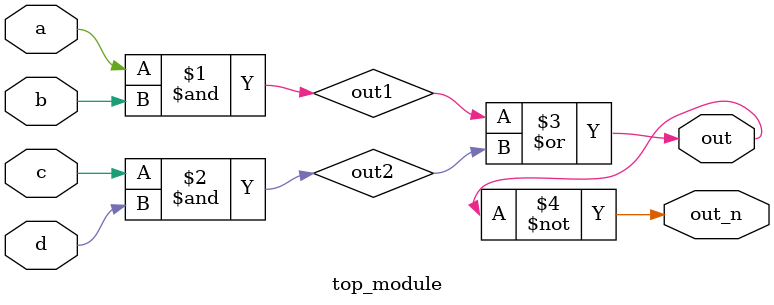
<source format=v>
`default_nettype none

module top_module(
    input a,
    input b,
    input c,
    input d,
    output out,
    output out_n   ); 
    
    wire out1, out2;
    
    assign out1 = a&b;
    assign out2 = c&d;
    assign out = out1|out2;
    assign out_n = ~out;
        

endmodule

</source>
